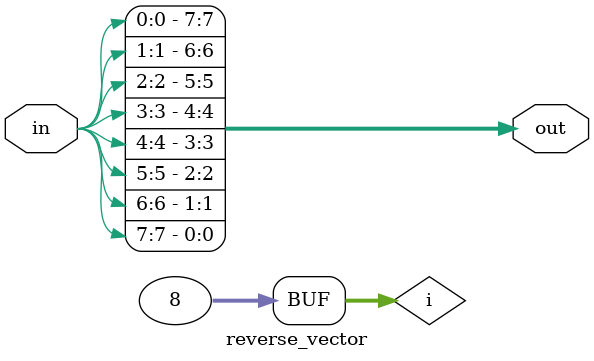
<source format=sv>



/* --- INSTANTIATION TEMPLATE BEGIN ---

reverse_vector #(
  .WIDTH( 8 )         // WIDTH must be >=2
) RV1 (
  .in( smth[7:0] ),
  .out( htms[7:0] )   // reversed bit order
);

--- INSTANTIATION TEMPLATE END ---*/


module reverse_vector #( parameter
  WIDTH = 8
)(
  input [(WIDTH-1):0] in,
  output logic [(WIDTH-1):0] out
);

  integer i;
  always_comb begin
    for (i = 0; i < WIDTH ; i++) begin : gen_reverse
      out[i] = in[(WIDTH-1)-i];
    end // for
  end // always_comb

endmodule


</source>
